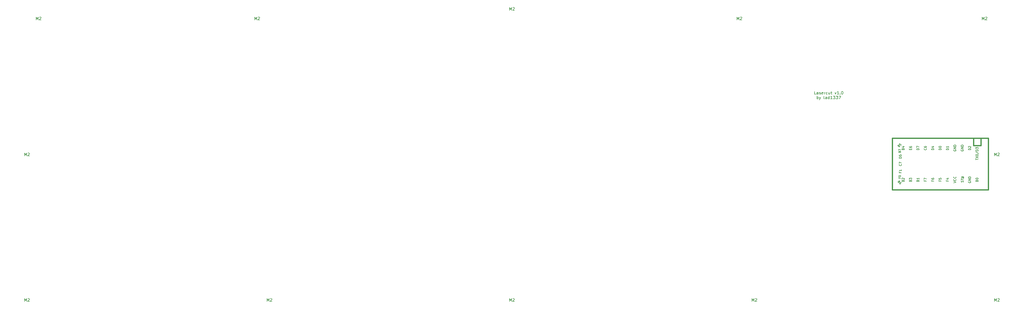
<source format=gto>
%TF.GenerationSoftware,KiCad,Pcbnew,(5.99.0-12974-ge12f9a194d)*%
%TF.CreationDate,2022-03-06T12:10:11+01:00*%
%TF.ProjectId,lazercut,6c617a65-7263-4757-942e-6b696361645f,rev?*%
%TF.SameCoordinates,Original*%
%TF.FileFunction,Legend,Top*%
%TF.FilePolarity,Positive*%
%FSLAX46Y46*%
G04 Gerber Fmt 4.6, Leading zero omitted, Abs format (unit mm)*
G04 Created by KiCad (PCBNEW (5.99.0-12974-ge12f9a194d)) date 2022-03-06 12:10:11*
%MOMM*%
%LPD*%
G01*
G04 APERTURE LIST*
%ADD10C,0.150000*%
%ADD11C,0.381000*%
%ADD12R,1.752600X1.752600*%
%ADD13C,1.752600*%
%ADD14C,2.200000*%
%ADD15C,1.750000*%
%ADD16C,3.987800*%
G04 APERTURE END LIST*
D10*
X293791238Y-48669380D02*
X293315047Y-48669380D01*
X293315047Y-47669380D01*
X294553142Y-48669380D02*
X294553142Y-48145571D01*
X294505523Y-48050333D01*
X294410285Y-48002714D01*
X294219809Y-48002714D01*
X294124571Y-48050333D01*
X294553142Y-48621761D02*
X294457904Y-48669380D01*
X294219809Y-48669380D01*
X294124571Y-48621761D01*
X294076952Y-48526523D01*
X294076952Y-48431285D01*
X294124571Y-48336047D01*
X294219809Y-48288428D01*
X294457904Y-48288428D01*
X294553142Y-48240809D01*
X294981714Y-48621761D02*
X295076952Y-48669380D01*
X295267428Y-48669380D01*
X295362666Y-48621761D01*
X295410285Y-48526523D01*
X295410285Y-48478904D01*
X295362666Y-48383666D01*
X295267428Y-48336047D01*
X295124571Y-48336047D01*
X295029333Y-48288428D01*
X294981714Y-48193190D01*
X294981714Y-48145571D01*
X295029333Y-48050333D01*
X295124571Y-48002714D01*
X295267428Y-48002714D01*
X295362666Y-48050333D01*
X296219809Y-48621761D02*
X296124571Y-48669380D01*
X295934095Y-48669380D01*
X295838857Y-48621761D01*
X295791238Y-48526523D01*
X295791238Y-48145571D01*
X295838857Y-48050333D01*
X295934095Y-48002714D01*
X296124571Y-48002714D01*
X296219809Y-48050333D01*
X296267428Y-48145571D01*
X296267428Y-48240809D01*
X295791238Y-48336047D01*
X296696000Y-48669380D02*
X296696000Y-48002714D01*
X296696000Y-48193190D02*
X296743619Y-48097952D01*
X296791238Y-48050333D01*
X296886476Y-48002714D01*
X296981714Y-48002714D01*
X297743619Y-48621761D02*
X297648380Y-48669380D01*
X297457904Y-48669380D01*
X297362666Y-48621761D01*
X297315047Y-48574142D01*
X297267428Y-48478904D01*
X297267428Y-48193190D01*
X297315047Y-48097952D01*
X297362666Y-48050333D01*
X297457904Y-48002714D01*
X297648380Y-48002714D01*
X297743619Y-48050333D01*
X298600761Y-48002714D02*
X298600761Y-48669380D01*
X298172190Y-48002714D02*
X298172190Y-48526523D01*
X298219809Y-48621761D01*
X298315047Y-48669380D01*
X298457904Y-48669380D01*
X298553142Y-48621761D01*
X298600761Y-48574142D01*
X298934095Y-48002714D02*
X299315047Y-48002714D01*
X299076952Y-47669380D02*
X299076952Y-48526523D01*
X299124571Y-48621761D01*
X299219809Y-48669380D01*
X299315047Y-48669380D01*
X300315047Y-48002714D02*
X300553142Y-48669380D01*
X300791238Y-48002714D01*
X301696000Y-48669380D02*
X301124571Y-48669380D01*
X301410285Y-48669380D02*
X301410285Y-47669380D01*
X301315047Y-47812238D01*
X301219809Y-47907476D01*
X301124571Y-47955095D01*
X302124571Y-48574142D02*
X302172190Y-48621761D01*
X302124571Y-48669380D01*
X302076952Y-48621761D01*
X302124571Y-48574142D01*
X302124571Y-48669380D01*
X302791238Y-47669380D02*
X302886476Y-47669380D01*
X302981714Y-47717000D01*
X303029333Y-47764619D01*
X303076952Y-47859857D01*
X303124571Y-48050333D01*
X303124571Y-48288428D01*
X303076952Y-48478904D01*
X303029333Y-48574142D01*
X302981714Y-48621761D01*
X302886476Y-48669380D01*
X302791238Y-48669380D01*
X302696000Y-48621761D01*
X302648380Y-48574142D01*
X302600761Y-48478904D01*
X302553142Y-48288428D01*
X302553142Y-48050333D01*
X302600761Y-47859857D01*
X302648380Y-47764619D01*
X302696000Y-47717000D01*
X302791238Y-47669380D01*
X294148380Y-50279380D02*
X294148380Y-49279380D01*
X294148380Y-49660333D02*
X294243619Y-49612714D01*
X294434095Y-49612714D01*
X294529333Y-49660333D01*
X294576952Y-49707952D01*
X294624571Y-49803190D01*
X294624571Y-50088904D01*
X294576952Y-50184142D01*
X294529333Y-50231761D01*
X294434095Y-50279380D01*
X294243619Y-50279380D01*
X294148380Y-50231761D01*
X294957904Y-49612714D02*
X295196000Y-50279380D01*
X295434095Y-49612714D02*
X295196000Y-50279380D01*
X295100761Y-50517476D01*
X295053142Y-50565095D01*
X294957904Y-50612714D01*
X296719809Y-50279380D02*
X296624571Y-50231761D01*
X296576952Y-50136523D01*
X296576952Y-49279380D01*
X297529333Y-50279380D02*
X297529333Y-49755571D01*
X297481714Y-49660333D01*
X297386476Y-49612714D01*
X297196000Y-49612714D01*
X297100761Y-49660333D01*
X297529333Y-50231761D02*
X297434095Y-50279380D01*
X297196000Y-50279380D01*
X297100761Y-50231761D01*
X297053142Y-50136523D01*
X297053142Y-50041285D01*
X297100761Y-49946047D01*
X297196000Y-49898428D01*
X297434095Y-49898428D01*
X297529333Y-49850809D01*
X298434095Y-50279380D02*
X298434095Y-49279380D01*
X298434095Y-50231761D02*
X298338857Y-50279380D01*
X298148380Y-50279380D01*
X298053142Y-50231761D01*
X298005523Y-50184142D01*
X297957904Y-50088904D01*
X297957904Y-49803190D01*
X298005523Y-49707952D01*
X298053142Y-49660333D01*
X298148380Y-49612714D01*
X298338857Y-49612714D01*
X298434095Y-49660333D01*
X299434095Y-50279380D02*
X298862666Y-50279380D01*
X299148380Y-50279380D02*
X299148380Y-49279380D01*
X299053142Y-49422238D01*
X298957904Y-49517476D01*
X298862666Y-49565095D01*
X299767428Y-49279380D02*
X300386476Y-49279380D01*
X300053142Y-49660333D01*
X300196000Y-49660333D01*
X300291238Y-49707952D01*
X300338857Y-49755571D01*
X300386476Y-49850809D01*
X300386476Y-50088904D01*
X300338857Y-50184142D01*
X300291238Y-50231761D01*
X300196000Y-50279380D01*
X299910285Y-50279380D01*
X299815047Y-50231761D01*
X299767428Y-50184142D01*
X300719809Y-49279380D02*
X301338857Y-49279380D01*
X301005523Y-49660333D01*
X301148380Y-49660333D01*
X301243619Y-49707952D01*
X301291238Y-49755571D01*
X301338857Y-49850809D01*
X301338857Y-50088904D01*
X301291238Y-50184142D01*
X301243619Y-50231761D01*
X301148380Y-50279380D01*
X300862666Y-50279380D01*
X300767428Y-50231761D01*
X300719809Y-50184142D01*
X301672190Y-49279380D02*
X302338857Y-49279380D01*
X301910285Y-50279380D01*
X188420476Y-120022380D02*
X188420476Y-119022380D01*
X188753809Y-119736666D01*
X189087142Y-119022380D01*
X189087142Y-120022380D01*
X189515714Y-119117619D02*
X189563333Y-119070000D01*
X189658571Y-119022380D01*
X189896666Y-119022380D01*
X189991904Y-119070000D01*
X190039523Y-119117619D01*
X190087142Y-119212857D01*
X190087142Y-119308095D01*
X190039523Y-119450952D01*
X189468095Y-120022380D01*
X190087142Y-120022380D01*
X105020476Y-120022380D02*
X105020476Y-119022380D01*
X105353809Y-119736666D01*
X105687142Y-119022380D01*
X105687142Y-120022380D01*
X106115714Y-119117619D02*
X106163333Y-119070000D01*
X106258571Y-119022380D01*
X106496666Y-119022380D01*
X106591904Y-119070000D01*
X106639523Y-119117619D01*
X106687142Y-119212857D01*
X106687142Y-119308095D01*
X106639523Y-119450952D01*
X106068095Y-120022380D01*
X106687142Y-120022380D01*
X21620476Y-120022380D02*
X21620476Y-119022380D01*
X21953809Y-119736666D01*
X22287142Y-119022380D01*
X22287142Y-120022380D01*
X22715714Y-119117619D02*
X22763333Y-119070000D01*
X22858571Y-119022380D01*
X23096666Y-119022380D01*
X23191904Y-119070000D01*
X23239523Y-119117619D01*
X23287142Y-119212857D01*
X23287142Y-119308095D01*
X23239523Y-119450952D01*
X22668095Y-120022380D01*
X23287142Y-120022380D01*
X21620476Y-69892380D02*
X21620476Y-68892380D01*
X21953809Y-69606666D01*
X22287142Y-68892380D01*
X22287142Y-69892380D01*
X22715714Y-68987619D02*
X22763333Y-68940000D01*
X22858571Y-68892380D01*
X23096666Y-68892380D01*
X23191904Y-68940000D01*
X23239523Y-68987619D01*
X23287142Y-69082857D01*
X23287142Y-69178095D01*
X23239523Y-69320952D01*
X22668095Y-69892380D01*
X23287142Y-69892380D01*
X25606476Y-23058380D02*
X25606476Y-22058380D01*
X25939809Y-22772666D01*
X26273142Y-22058380D01*
X26273142Y-23058380D01*
X26701714Y-22153619D02*
X26749333Y-22106000D01*
X26844571Y-22058380D01*
X27082666Y-22058380D01*
X27177904Y-22106000D01*
X27225523Y-22153619D01*
X27273142Y-22248857D01*
X27273142Y-22344095D01*
X27225523Y-22486952D01*
X26654095Y-23058380D01*
X27273142Y-23058380D01*
X100790476Y-23058380D02*
X100790476Y-22058380D01*
X101123809Y-22772666D01*
X101457142Y-22058380D01*
X101457142Y-23058380D01*
X101885714Y-22153619D02*
X101933333Y-22106000D01*
X102028571Y-22058380D01*
X102266666Y-22058380D01*
X102361904Y-22106000D01*
X102409523Y-22153619D01*
X102457142Y-22248857D01*
X102457142Y-22344095D01*
X102409523Y-22486952D01*
X101838095Y-23058380D01*
X102457142Y-23058380D01*
X188430476Y-19772380D02*
X188430476Y-18772380D01*
X188763809Y-19486666D01*
X189097142Y-18772380D01*
X189097142Y-19772380D01*
X189525714Y-18867619D02*
X189573333Y-18820000D01*
X189668571Y-18772380D01*
X189906666Y-18772380D01*
X190001904Y-18820000D01*
X190049523Y-18867619D01*
X190097142Y-18962857D01*
X190097142Y-19058095D01*
X190049523Y-19200952D01*
X189478095Y-19772380D01*
X190097142Y-19772380D01*
X266652476Y-23058380D02*
X266652476Y-22058380D01*
X266985809Y-22772666D01*
X267319142Y-22058380D01*
X267319142Y-23058380D01*
X267747714Y-22153619D02*
X267795333Y-22106000D01*
X267890571Y-22058380D01*
X268128666Y-22058380D01*
X268223904Y-22106000D01*
X268271523Y-22153619D01*
X268319142Y-22248857D01*
X268319142Y-22344095D01*
X268271523Y-22486952D01*
X267700095Y-23058380D01*
X268319142Y-23058380D01*
X350980476Y-23058380D02*
X350980476Y-22058380D01*
X351313809Y-22772666D01*
X351647142Y-22058380D01*
X351647142Y-23058380D01*
X352075714Y-22153619D02*
X352123333Y-22106000D01*
X352218571Y-22058380D01*
X352456666Y-22058380D01*
X352551904Y-22106000D01*
X352599523Y-22153619D01*
X352647142Y-22248857D01*
X352647142Y-22344095D01*
X352599523Y-22486952D01*
X352028095Y-23058380D01*
X352647142Y-23058380D01*
X355220476Y-69892380D02*
X355220476Y-68892380D01*
X355553809Y-69606666D01*
X355887142Y-68892380D01*
X355887142Y-69892380D01*
X356315714Y-68987619D02*
X356363333Y-68940000D01*
X356458571Y-68892380D01*
X356696666Y-68892380D01*
X356791904Y-68940000D01*
X356839523Y-68987619D01*
X356887142Y-69082857D01*
X356887142Y-69178095D01*
X356839523Y-69320952D01*
X356268095Y-69892380D01*
X356887142Y-69892380D01*
X355230476Y-120022380D02*
X355230476Y-119022380D01*
X355563809Y-119736666D01*
X355897142Y-119022380D01*
X355897142Y-120022380D01*
X356325714Y-119117619D02*
X356373333Y-119070000D01*
X356468571Y-119022380D01*
X356706666Y-119022380D01*
X356801904Y-119070000D01*
X356849523Y-119117619D01*
X356897142Y-119212857D01*
X356897142Y-119308095D01*
X356849523Y-119450952D01*
X356278095Y-120022380D01*
X356897142Y-120022380D01*
X271820476Y-120022380D02*
X271820476Y-119022380D01*
X272153809Y-119736666D01*
X272487142Y-119022380D01*
X272487142Y-120022380D01*
X272915714Y-119117619D02*
X272963333Y-119070000D01*
X273058571Y-119022380D01*
X273296666Y-119022380D01*
X273391904Y-119070000D01*
X273439523Y-119117619D01*
X273487142Y-119212857D01*
X273487142Y-119308095D01*
X273439523Y-119450952D01*
X272868095Y-120022380D01*
X273487142Y-120022380D01*
X341230000Y-67792523D02*
X341191904Y-67868714D01*
X341191904Y-67983000D01*
X341230000Y-68097285D01*
X341306190Y-68173476D01*
X341382380Y-68211571D01*
X341534761Y-68249666D01*
X341649047Y-68249666D01*
X341801428Y-68211571D01*
X341877619Y-68173476D01*
X341953809Y-68097285D01*
X341991904Y-67983000D01*
X341991904Y-67906809D01*
X341953809Y-67792523D01*
X341915714Y-67754428D01*
X341649047Y-67754428D01*
X341649047Y-67906809D01*
X341991904Y-67411571D02*
X341191904Y-67411571D01*
X341991904Y-66954428D01*
X341191904Y-66954428D01*
X341991904Y-66573476D02*
X341191904Y-66573476D01*
X341191904Y-66383000D01*
X341230000Y-66268714D01*
X341306190Y-66192523D01*
X341382380Y-66154428D01*
X341534761Y-66116333D01*
X341649047Y-66116333D01*
X341801428Y-66154428D01*
X341877619Y-66192523D01*
X341953809Y-66268714D01*
X341991904Y-66383000D01*
X341991904Y-66573476D01*
X322415008Y-78808297D02*
X322462148Y-78902578D01*
X322462148Y-78949719D01*
X322438578Y-79020429D01*
X322367867Y-79091140D01*
X322297157Y-79114710D01*
X322250016Y-79114710D01*
X322179306Y-79091140D01*
X321990744Y-78902578D01*
X322485719Y-78407603D01*
X322650710Y-78572595D01*
X322674280Y-78643306D01*
X322674280Y-78690446D01*
X322650710Y-78761157D01*
X322603570Y-78808297D01*
X322532859Y-78831867D01*
X322485719Y-78831867D01*
X322415008Y-78808297D01*
X322250016Y-78643306D01*
X323192825Y-79114710D02*
X323098544Y-79020429D01*
X323027834Y-78996859D01*
X322980693Y-78996859D01*
X322862842Y-79020429D01*
X322744991Y-79091140D01*
X322556429Y-79279702D01*
X322532859Y-79350412D01*
X322532859Y-79397553D01*
X322556429Y-79468264D01*
X322650710Y-79562544D01*
X322721421Y-79586115D01*
X322768561Y-79586115D01*
X322839272Y-79562544D01*
X322957123Y-79444693D01*
X322980693Y-79373983D01*
X322980693Y-79326842D01*
X322957123Y-79256132D01*
X322862842Y-79161851D01*
X322792132Y-79138280D01*
X322744991Y-79138280D01*
X322674280Y-79161851D01*
X323792857Y-67506809D02*
X323830952Y-67392523D01*
X323869047Y-67354428D01*
X323945238Y-67316333D01*
X324059523Y-67316333D01*
X324135714Y-67354428D01*
X324173809Y-67392523D01*
X324211904Y-67468714D01*
X324211904Y-67773476D01*
X323411904Y-67773476D01*
X323411904Y-67506809D01*
X323450000Y-67430619D01*
X323488095Y-67392523D01*
X323564285Y-67354428D01*
X323640476Y-67354428D01*
X323716666Y-67392523D01*
X323754761Y-67430619D01*
X323792857Y-67506809D01*
X323792857Y-67773476D01*
X323678571Y-66630619D02*
X324211904Y-66630619D01*
X323373809Y-66821095D02*
X323945238Y-67011571D01*
X323945238Y-66516333D01*
X328872857Y-78428809D02*
X328910952Y-78314523D01*
X328949047Y-78276428D01*
X329025238Y-78238333D01*
X329139523Y-78238333D01*
X329215714Y-78276428D01*
X329253809Y-78314523D01*
X329291904Y-78390714D01*
X329291904Y-78695476D01*
X328491904Y-78695476D01*
X328491904Y-78428809D01*
X328530000Y-78352619D01*
X328568095Y-78314523D01*
X328644285Y-78276428D01*
X328720476Y-78276428D01*
X328796666Y-78314523D01*
X328834761Y-78352619D01*
X328872857Y-78428809D01*
X328872857Y-78695476D01*
X329291904Y-77476428D02*
X329291904Y-77933571D01*
X329291904Y-77705000D02*
X328491904Y-77705000D01*
X328606190Y-77781190D01*
X328682380Y-77857380D01*
X328720476Y-77933571D01*
X322630000Y-68427333D02*
X322663333Y-68327333D01*
X322696666Y-68294000D01*
X322763333Y-68260666D01*
X322863333Y-68260666D01*
X322930000Y-68294000D01*
X322963333Y-68327333D01*
X322996666Y-68394000D01*
X322996666Y-68660666D01*
X322296666Y-68660666D01*
X322296666Y-68427333D01*
X322330000Y-68360666D01*
X322363333Y-68327333D01*
X322430000Y-68294000D01*
X322496666Y-68294000D01*
X322563333Y-68327333D01*
X322596666Y-68360666D01*
X322630000Y-68427333D01*
X322630000Y-68660666D01*
X322296666Y-68027333D02*
X322296666Y-67560666D01*
X322996666Y-67860666D01*
X331755714Y-67316333D02*
X331793809Y-67354428D01*
X331831904Y-67468714D01*
X331831904Y-67544904D01*
X331793809Y-67659190D01*
X331717619Y-67735380D01*
X331641428Y-67773476D01*
X331489047Y-67811571D01*
X331374761Y-67811571D01*
X331222380Y-67773476D01*
X331146190Y-67735380D01*
X331070000Y-67659190D01*
X331031904Y-67544904D01*
X331031904Y-67468714D01*
X331070000Y-67354428D01*
X331108095Y-67316333D01*
X331031904Y-66630619D02*
X331031904Y-66783000D01*
X331070000Y-66859190D01*
X331108095Y-66897285D01*
X331222380Y-66973476D01*
X331374761Y-67011571D01*
X331679523Y-67011571D01*
X331755714Y-66973476D01*
X331793809Y-66935380D01*
X331831904Y-66859190D01*
X331831904Y-66706809D01*
X331793809Y-66630619D01*
X331755714Y-66592523D01*
X331679523Y-66554428D01*
X331489047Y-66554428D01*
X331412857Y-66592523D01*
X331374761Y-66630619D01*
X331336666Y-66706809D01*
X331336666Y-66859190D01*
X331374761Y-66935380D01*
X331412857Y-66973476D01*
X331489047Y-67011571D01*
X343770000Y-67792523D02*
X343731904Y-67868714D01*
X343731904Y-67983000D01*
X343770000Y-68097285D01*
X343846190Y-68173476D01*
X343922380Y-68211571D01*
X344074761Y-68249666D01*
X344189047Y-68249666D01*
X344341428Y-68211571D01*
X344417619Y-68173476D01*
X344493809Y-68097285D01*
X344531904Y-67983000D01*
X344531904Y-67906809D01*
X344493809Y-67792523D01*
X344455714Y-67754428D01*
X344189047Y-67754428D01*
X344189047Y-67906809D01*
X344531904Y-67411571D02*
X343731904Y-67411571D01*
X344531904Y-66954428D01*
X343731904Y-66954428D01*
X344531904Y-66573476D02*
X343731904Y-66573476D01*
X343731904Y-66383000D01*
X343770000Y-66268714D01*
X343846190Y-66192523D01*
X343922380Y-66154428D01*
X344074761Y-66116333D01*
X344189047Y-66116333D01*
X344341428Y-66154428D01*
X344417619Y-66192523D01*
X344493809Y-66268714D01*
X344531904Y-66383000D01*
X344531904Y-66573476D01*
X339032857Y-78371666D02*
X339032857Y-78638333D01*
X339451904Y-78638333D02*
X338651904Y-78638333D01*
X338651904Y-78257380D01*
X338918571Y-77609761D02*
X339451904Y-77609761D01*
X338613809Y-77800238D02*
X339185238Y-77990714D01*
X339185238Y-77495476D01*
X323241904Y-70694476D02*
X322441904Y-70694476D01*
X322441904Y-70504000D01*
X322480000Y-70389714D01*
X322556190Y-70313523D01*
X322632380Y-70275428D01*
X322784761Y-70237333D01*
X322899047Y-70237333D01*
X323051428Y-70275428D01*
X323127619Y-70313523D01*
X323203809Y-70389714D01*
X323241904Y-70504000D01*
X323241904Y-70694476D01*
X322441904Y-69513523D02*
X322441904Y-69894476D01*
X322822857Y-69932571D01*
X322784761Y-69894476D01*
X322746666Y-69818285D01*
X322746666Y-69627809D01*
X322784761Y-69551619D01*
X322822857Y-69513523D01*
X322899047Y-69475428D01*
X323089523Y-69475428D01*
X323165714Y-69513523D01*
X323203809Y-69551619D01*
X323241904Y-69627809D01*
X323241904Y-69818285D01*
X323203809Y-69894476D01*
X323165714Y-69932571D01*
X322630000Y-77377333D02*
X322630000Y-77610666D01*
X322996666Y-77610666D02*
X322296666Y-77610666D01*
X322296666Y-77277333D01*
X322296666Y-76877333D02*
X322296666Y-76810666D01*
X322330000Y-76744000D01*
X322363333Y-76710666D01*
X322430000Y-76677333D01*
X322563333Y-76644000D01*
X322730000Y-76644000D01*
X322863333Y-76677333D01*
X322930000Y-76710666D01*
X322963333Y-76744000D01*
X322996666Y-76810666D01*
X322996666Y-76877333D01*
X322963333Y-76944000D01*
X322930000Y-76977333D01*
X322863333Y-77010666D01*
X322730000Y-77044000D01*
X322563333Y-77044000D01*
X322430000Y-77010666D01*
X322363333Y-76977333D01*
X322330000Y-76944000D01*
X322296666Y-76877333D01*
X347071904Y-67773476D02*
X346271904Y-67773476D01*
X346271904Y-67583000D01*
X346310000Y-67468714D01*
X346386190Y-67392523D01*
X346462380Y-67354428D01*
X346614761Y-67316333D01*
X346729047Y-67316333D01*
X346881428Y-67354428D01*
X346957619Y-67392523D01*
X347033809Y-67468714D01*
X347071904Y-67583000D01*
X347071904Y-67773476D01*
X346348095Y-67011571D02*
X346310000Y-66973476D01*
X346271904Y-66897285D01*
X346271904Y-66706809D01*
X346310000Y-66630619D01*
X346348095Y-66592523D01*
X346424285Y-66554428D01*
X346500476Y-66554428D01*
X346614761Y-66592523D01*
X347071904Y-67049666D01*
X347071904Y-66554428D01*
X322344297Y-66408991D02*
X322438578Y-66361851D01*
X322485719Y-66361851D01*
X322556429Y-66385421D01*
X322627140Y-66456132D01*
X322650710Y-66526842D01*
X322650710Y-66573983D01*
X322627140Y-66644693D01*
X322438578Y-66833255D01*
X321943603Y-66338280D01*
X322108595Y-66173289D01*
X322179306Y-66149719D01*
X322226446Y-66149719D01*
X322297157Y-66173289D01*
X322344297Y-66220429D01*
X322367867Y-66291140D01*
X322367867Y-66338280D01*
X322344297Y-66408991D01*
X322179306Y-66573983D01*
X322674280Y-65607603D02*
X322438578Y-65843306D01*
X322650710Y-66102578D01*
X322650710Y-66055438D01*
X322674280Y-65984727D01*
X322792132Y-65866876D01*
X322862842Y-65843306D01*
X322909983Y-65843306D01*
X322980693Y-65866876D01*
X323098544Y-65984727D01*
X323122115Y-66055438D01*
X323122115Y-66102578D01*
X323098544Y-66173289D01*
X322980693Y-66291140D01*
X322909983Y-66314710D01*
X322862842Y-66314710D01*
X348811904Y-71262604D02*
X348811904Y-70805461D01*
X349611904Y-71034032D02*
X348811904Y-71034032D01*
X348811904Y-70614985D02*
X349611904Y-70081651D01*
X348811904Y-70081651D02*
X349611904Y-70614985D01*
X348811904Y-69624508D02*
X348811904Y-69548318D01*
X348850000Y-69472128D01*
X348888095Y-69434032D01*
X348964285Y-69395937D01*
X349116666Y-69357842D01*
X349307142Y-69357842D01*
X349459523Y-69395937D01*
X349535714Y-69434032D01*
X349573809Y-69472128D01*
X349611904Y-69548318D01*
X349611904Y-69624508D01*
X349573809Y-69700699D01*
X349535714Y-69738794D01*
X349459523Y-69776889D01*
X349307142Y-69814985D01*
X349116666Y-69814985D01*
X348964285Y-69776889D01*
X348888095Y-69738794D01*
X348850000Y-69700699D01*
X348811904Y-69624508D01*
X348773809Y-68443556D02*
X349802380Y-69129270D01*
X349611904Y-68176889D02*
X348811904Y-68176889D01*
X348811904Y-67986413D01*
X348850000Y-67872128D01*
X348926190Y-67795937D01*
X349002380Y-67757842D01*
X349154761Y-67719747D01*
X349269047Y-67719747D01*
X349421428Y-67757842D01*
X349497619Y-67795937D01*
X349573809Y-67872128D01*
X349611904Y-67986413D01*
X349611904Y-68176889D01*
X348811904Y-67453080D02*
X348811904Y-66957842D01*
X349116666Y-67224508D01*
X349116666Y-67110223D01*
X349154761Y-67034032D01*
X349192857Y-66995937D01*
X349269047Y-66957842D01*
X349459523Y-66957842D01*
X349535714Y-66995937D01*
X349573809Y-67034032D01*
X349611904Y-67110223D01*
X349611904Y-67338794D01*
X349573809Y-67414985D01*
X349535714Y-67453080D01*
X333952857Y-78371666D02*
X333952857Y-78638333D01*
X334371904Y-78638333D02*
X333571904Y-78638333D01*
X333571904Y-78257380D01*
X333571904Y-77609761D02*
X333571904Y-77762142D01*
X333610000Y-77838333D01*
X333648095Y-77876428D01*
X333762380Y-77952619D01*
X333914761Y-77990714D01*
X334219523Y-77990714D01*
X334295714Y-77952619D01*
X334333809Y-77914523D01*
X334371904Y-77838333D01*
X334371904Y-77685952D01*
X334333809Y-77609761D01*
X334295714Y-77571666D01*
X334219523Y-77533571D01*
X334029047Y-77533571D01*
X333952857Y-77571666D01*
X333914761Y-77609761D01*
X333876666Y-77685952D01*
X333876666Y-77838333D01*
X333914761Y-77914523D01*
X333952857Y-77952619D01*
X334029047Y-77990714D01*
X329291904Y-67773476D02*
X328491904Y-67773476D01*
X328491904Y-67583000D01*
X328530000Y-67468714D01*
X328606190Y-67392523D01*
X328682380Y-67354428D01*
X328834761Y-67316333D01*
X328949047Y-67316333D01*
X329101428Y-67354428D01*
X329177619Y-67392523D01*
X329253809Y-67468714D01*
X329291904Y-67583000D01*
X329291904Y-67773476D01*
X328491904Y-67049666D02*
X328491904Y-66516333D01*
X329291904Y-66859190D01*
X322822857Y-75450666D02*
X322822857Y-75717333D01*
X323241904Y-75717333D02*
X322441904Y-75717333D01*
X322441904Y-75336380D01*
X323241904Y-74612571D02*
X323241904Y-75069714D01*
X323241904Y-74841142D02*
X322441904Y-74841142D01*
X322556190Y-74917333D01*
X322632380Y-74993523D01*
X322670476Y-75069714D01*
X346310000Y-78714523D02*
X346271904Y-78790714D01*
X346271904Y-78905000D01*
X346310000Y-79019285D01*
X346386190Y-79095476D01*
X346462380Y-79133571D01*
X346614761Y-79171666D01*
X346729047Y-79171666D01*
X346881428Y-79133571D01*
X346957619Y-79095476D01*
X347033809Y-79019285D01*
X347071904Y-78905000D01*
X347071904Y-78828809D01*
X347033809Y-78714523D01*
X346995714Y-78676428D01*
X346729047Y-78676428D01*
X346729047Y-78828809D01*
X347071904Y-78333571D02*
X346271904Y-78333571D01*
X347071904Y-77876428D01*
X346271904Y-77876428D01*
X347071904Y-77495476D02*
X346271904Y-77495476D01*
X346271904Y-77305000D01*
X346310000Y-77190714D01*
X346386190Y-77114523D01*
X346462380Y-77076428D01*
X346614761Y-77038333D01*
X346729047Y-77038333D01*
X346881428Y-77076428D01*
X346957619Y-77114523D01*
X347033809Y-77190714D01*
X347071904Y-77305000D01*
X347071904Y-77495476D01*
X344523809Y-78910453D02*
X344561904Y-78796167D01*
X344561904Y-78605691D01*
X344523809Y-78529500D01*
X344485714Y-78491405D01*
X344409523Y-78453310D01*
X344333333Y-78453310D01*
X344257142Y-78491405D01*
X344219047Y-78529500D01*
X344180952Y-78605691D01*
X344142857Y-78758072D01*
X344104761Y-78834262D01*
X344066666Y-78872358D01*
X343990476Y-78910453D01*
X343914285Y-78910453D01*
X343838095Y-78872358D01*
X343800000Y-78834262D01*
X343761904Y-78758072D01*
X343761904Y-78567596D01*
X343800000Y-78453310D01*
X343761904Y-78224739D02*
X343761904Y-77767596D01*
X344561904Y-77996167D02*
X343761904Y-77996167D01*
X323165714Y-72777333D02*
X323203809Y-72815428D01*
X323241904Y-72929714D01*
X323241904Y-73005904D01*
X323203809Y-73120190D01*
X323127619Y-73196380D01*
X323051428Y-73234476D01*
X322899047Y-73272571D01*
X322784761Y-73272571D01*
X322632380Y-73234476D01*
X322556190Y-73196380D01*
X322480000Y-73120190D01*
X322441904Y-73005904D01*
X322441904Y-72929714D01*
X322480000Y-72815428D01*
X322518095Y-72777333D01*
X322441904Y-72510666D02*
X322441904Y-71977333D01*
X323241904Y-72320190D01*
X336492857Y-78371666D02*
X336492857Y-78638333D01*
X336911904Y-78638333D02*
X336111904Y-78638333D01*
X336111904Y-78257380D01*
X336111904Y-77571666D02*
X336111904Y-77952619D01*
X336492857Y-77990714D01*
X336454761Y-77952619D01*
X336416666Y-77876428D01*
X336416666Y-77685952D01*
X336454761Y-77609761D01*
X336492857Y-77571666D01*
X336569047Y-77533571D01*
X336759523Y-77533571D01*
X336835714Y-77571666D01*
X336873809Y-77609761D01*
X336911904Y-77685952D01*
X336911904Y-77876428D01*
X336873809Y-77952619D01*
X336835714Y-77990714D01*
X326332857Y-67735380D02*
X326332857Y-67468714D01*
X326751904Y-67354428D02*
X326751904Y-67735380D01*
X325951904Y-67735380D01*
X325951904Y-67354428D01*
X325951904Y-66668714D02*
X325951904Y-66821095D01*
X325990000Y-66897285D01*
X326028095Y-66935380D01*
X326142380Y-67011571D01*
X326294761Y-67049666D01*
X326599523Y-67049666D01*
X326675714Y-67011571D01*
X326713809Y-66973476D01*
X326751904Y-66897285D01*
X326751904Y-66744904D01*
X326713809Y-66668714D01*
X326675714Y-66630619D01*
X326599523Y-66592523D01*
X326409047Y-66592523D01*
X326332857Y-66630619D01*
X326294761Y-66668714D01*
X326256666Y-66744904D01*
X326256666Y-66897285D01*
X326294761Y-66973476D01*
X326332857Y-67011571D01*
X326409047Y-67049666D01*
X323792857Y-78428809D02*
X323830952Y-78314523D01*
X323869047Y-78276428D01*
X323945238Y-78238333D01*
X324059523Y-78238333D01*
X324135714Y-78276428D01*
X324173809Y-78314523D01*
X324211904Y-78390714D01*
X324211904Y-78695476D01*
X323411904Y-78695476D01*
X323411904Y-78428809D01*
X323450000Y-78352619D01*
X323488095Y-78314523D01*
X323564285Y-78276428D01*
X323640476Y-78276428D01*
X323716666Y-78314523D01*
X323754761Y-78352619D01*
X323792857Y-78428809D01*
X323792857Y-78695476D01*
X323488095Y-77933571D02*
X323450000Y-77895476D01*
X323411904Y-77819285D01*
X323411904Y-77628809D01*
X323450000Y-77552619D01*
X323488095Y-77514523D01*
X323564285Y-77476428D01*
X323640476Y-77476428D01*
X323754761Y-77514523D01*
X324211904Y-77971666D01*
X324211904Y-77476428D01*
X339451904Y-67773476D02*
X338651904Y-67773476D01*
X338651904Y-67583000D01*
X338690000Y-67468714D01*
X338766190Y-67392523D01*
X338842380Y-67354428D01*
X338994761Y-67316333D01*
X339109047Y-67316333D01*
X339261428Y-67354428D01*
X339337619Y-67392523D01*
X339413809Y-67468714D01*
X339451904Y-67583000D01*
X339451904Y-67773476D01*
X339451904Y-66554428D02*
X339451904Y-67011571D01*
X339451904Y-66783000D02*
X338651904Y-66783000D01*
X338766190Y-66859190D01*
X338842380Y-66935380D01*
X338880476Y-67011571D01*
X349192857Y-78428809D02*
X349230952Y-78314523D01*
X349269047Y-78276428D01*
X349345238Y-78238333D01*
X349459523Y-78238333D01*
X349535714Y-78276428D01*
X349573809Y-78314523D01*
X349611904Y-78390714D01*
X349611904Y-78695476D01*
X348811904Y-78695476D01*
X348811904Y-78428809D01*
X348850000Y-78352619D01*
X348888095Y-78314523D01*
X348964285Y-78276428D01*
X349040476Y-78276428D01*
X349116666Y-78314523D01*
X349154761Y-78352619D01*
X349192857Y-78428809D01*
X349192857Y-78695476D01*
X348811904Y-77743095D02*
X348811904Y-77666904D01*
X348850000Y-77590714D01*
X348888095Y-77552619D01*
X348964285Y-77514523D01*
X349116666Y-77476428D01*
X349307142Y-77476428D01*
X349459523Y-77514523D01*
X349535714Y-77552619D01*
X349573809Y-77590714D01*
X349611904Y-77666904D01*
X349611904Y-77743095D01*
X349573809Y-77819285D01*
X349535714Y-77857380D01*
X349459523Y-77895476D01*
X349307142Y-77933571D01*
X349116666Y-77933571D01*
X348964285Y-77895476D01*
X348888095Y-77857380D01*
X348850000Y-77819285D01*
X348811904Y-77743095D01*
X341191904Y-79171666D02*
X341991904Y-78905000D01*
X341191904Y-78638333D01*
X341915714Y-77914523D02*
X341953809Y-77952619D01*
X341991904Y-78066904D01*
X341991904Y-78143095D01*
X341953809Y-78257380D01*
X341877619Y-78333571D01*
X341801428Y-78371666D01*
X341649047Y-78409761D01*
X341534761Y-78409761D01*
X341382380Y-78371666D01*
X341306190Y-78333571D01*
X341230000Y-78257380D01*
X341191904Y-78143095D01*
X341191904Y-78066904D01*
X341230000Y-77952619D01*
X341268095Y-77914523D01*
X341915714Y-77114523D02*
X341953809Y-77152619D01*
X341991904Y-77266904D01*
X341991904Y-77343095D01*
X341953809Y-77457380D01*
X341877619Y-77533571D01*
X341801428Y-77571666D01*
X341649047Y-77609761D01*
X341534761Y-77609761D01*
X341382380Y-77571666D01*
X341306190Y-77533571D01*
X341230000Y-77457380D01*
X341191904Y-77343095D01*
X341191904Y-77266904D01*
X341230000Y-77152619D01*
X341268095Y-77114523D01*
X336911904Y-67773476D02*
X336111904Y-67773476D01*
X336111904Y-67583000D01*
X336150000Y-67468714D01*
X336226190Y-67392523D01*
X336302380Y-67354428D01*
X336454761Y-67316333D01*
X336569047Y-67316333D01*
X336721428Y-67354428D01*
X336797619Y-67392523D01*
X336873809Y-67468714D01*
X336911904Y-67583000D01*
X336911904Y-67773476D01*
X336111904Y-66821095D02*
X336111904Y-66744904D01*
X336150000Y-66668714D01*
X336188095Y-66630619D01*
X336264285Y-66592523D01*
X336416666Y-66554428D01*
X336607142Y-66554428D01*
X336759523Y-66592523D01*
X336835714Y-66630619D01*
X336873809Y-66668714D01*
X336911904Y-66744904D01*
X336911904Y-66821095D01*
X336873809Y-66897285D01*
X336835714Y-66935380D01*
X336759523Y-66973476D01*
X336607142Y-67011571D01*
X336416666Y-67011571D01*
X336264285Y-66973476D01*
X336188095Y-66935380D01*
X336150000Y-66897285D01*
X336111904Y-66821095D01*
X326332857Y-78428809D02*
X326370952Y-78314523D01*
X326409047Y-78276428D01*
X326485238Y-78238333D01*
X326599523Y-78238333D01*
X326675714Y-78276428D01*
X326713809Y-78314523D01*
X326751904Y-78390714D01*
X326751904Y-78695476D01*
X325951904Y-78695476D01*
X325951904Y-78428809D01*
X325990000Y-78352619D01*
X326028095Y-78314523D01*
X326104285Y-78276428D01*
X326180476Y-78276428D01*
X326256666Y-78314523D01*
X326294761Y-78352619D01*
X326332857Y-78428809D01*
X326332857Y-78695476D01*
X325951904Y-77971666D02*
X325951904Y-77476428D01*
X326256666Y-77743095D01*
X326256666Y-77628809D01*
X326294761Y-77552619D01*
X326332857Y-77514523D01*
X326409047Y-77476428D01*
X326599523Y-77476428D01*
X326675714Y-77514523D01*
X326713809Y-77552619D01*
X326751904Y-77628809D01*
X326751904Y-77857380D01*
X326713809Y-77933571D01*
X326675714Y-77971666D01*
X334371904Y-67773476D02*
X333571904Y-67773476D01*
X333571904Y-67583000D01*
X333610000Y-67468714D01*
X333686190Y-67392523D01*
X333762380Y-67354428D01*
X333914761Y-67316333D01*
X334029047Y-67316333D01*
X334181428Y-67354428D01*
X334257619Y-67392523D01*
X334333809Y-67468714D01*
X334371904Y-67583000D01*
X334371904Y-67773476D01*
X333838571Y-66630619D02*
X334371904Y-66630619D01*
X333533809Y-66821095D02*
X334105238Y-67011571D01*
X334105238Y-66516333D01*
X331412857Y-78371666D02*
X331412857Y-78638333D01*
X331831904Y-78638333D02*
X331031904Y-78638333D01*
X331031904Y-78257380D01*
X331031904Y-78028809D02*
X331031904Y-77495476D01*
X331831904Y-77838333D01*
D11*
X353060000Y-81534000D02*
X353060000Y-63754000D01*
X347980000Y-66294000D02*
X347980000Y-63754000D01*
X350520000Y-66294000D02*
X350520000Y-63754000D01*
X350520000Y-81534000D02*
X353060000Y-81534000D01*
X350520000Y-63754000D02*
X320040000Y-63754000D01*
X353060000Y-63754000D02*
X350520000Y-63754000D01*
X320040000Y-63754000D02*
X320040000Y-81534000D01*
X320040000Y-81534000D02*
X350520000Y-81534000D01*
X350520000Y-66294000D02*
X347980000Y-66294000D01*
D10*
X344240640Y-77375568D02*
X344140640Y-77375568D01*
X344140640Y-77375568D02*
X344140640Y-77275568D01*
X344140640Y-77275568D02*
X344240640Y-77275568D01*
X344240640Y-77275568D02*
X344240640Y-77375568D01*
G36*
X344240640Y-77375568D02*
G01*
X344140640Y-77375568D01*
X344140640Y-77275568D01*
X344240640Y-77275568D01*
X344240640Y-77375568D01*
G37*
X344240640Y-77375568D02*
X344140640Y-77375568D01*
X344140640Y-77275568D01*
X344240640Y-77275568D01*
X344240640Y-77375568D01*
X344040640Y-77575568D02*
X343840640Y-77575568D01*
X343840640Y-77575568D02*
X343840640Y-77475568D01*
X343840640Y-77475568D02*
X344040640Y-77475568D01*
X344040640Y-77475568D02*
X344040640Y-77575568D01*
G36*
X344040640Y-77575568D02*
G01*
X343840640Y-77575568D01*
X343840640Y-77475568D01*
X344040640Y-77475568D01*
X344040640Y-77575568D01*
G37*
X344040640Y-77575568D02*
X343840640Y-77575568D01*
X343840640Y-77475568D01*
X344040640Y-77475568D01*
X344040640Y-77575568D01*
X344640640Y-77575568D02*
X344540640Y-77575568D01*
X344540640Y-77575568D02*
X344540640Y-77075568D01*
X344540640Y-77075568D02*
X344640640Y-77075568D01*
X344640640Y-77075568D02*
X344640640Y-77575568D01*
G36*
X344640640Y-77575568D02*
G01*
X344540640Y-77575568D01*
X344540640Y-77075568D01*
X344640640Y-77075568D01*
X344640640Y-77575568D01*
G37*
X344640640Y-77575568D02*
X344540640Y-77575568D01*
X344540640Y-77075568D01*
X344640640Y-77075568D01*
X344640640Y-77575568D01*
X344640640Y-77175568D02*
X343840640Y-77175568D01*
X343840640Y-77175568D02*
X343840640Y-77075568D01*
X343840640Y-77075568D02*
X344640640Y-77075568D01*
X344640640Y-77075568D02*
X344640640Y-77175568D01*
G36*
X344640640Y-77175568D02*
G01*
X343840640Y-77175568D01*
X343840640Y-77075568D01*
X344640640Y-77075568D01*
X344640640Y-77175568D01*
G37*
X344640640Y-77175568D02*
X343840640Y-77175568D01*
X343840640Y-77075568D01*
X344640640Y-77075568D01*
X344640640Y-77175568D01*
X344640640Y-77575568D02*
X344340640Y-77575568D01*
X344340640Y-77575568D02*
X344340640Y-77475568D01*
X344340640Y-77475568D02*
X344640640Y-77475568D01*
X344640640Y-77475568D02*
X344640640Y-77575568D01*
G36*
X344640640Y-77575568D02*
G01*
X344340640Y-77575568D01*
X344340640Y-77475568D01*
X344640640Y-77475568D01*
X344640640Y-77575568D01*
G37*
X344640640Y-77575568D02*
X344340640Y-77575568D01*
X344340640Y-77475568D01*
X344640640Y-77475568D01*
X344640640Y-77575568D01*
D12*
X349250000Y-65024000D03*
D13*
X346710000Y-65024000D03*
X344170000Y-65024000D03*
X341630000Y-65024000D03*
X339090000Y-65024000D03*
X336550000Y-65024000D03*
X334010000Y-65024000D03*
X331470000Y-65024000D03*
X328930000Y-65024000D03*
X326390000Y-65024000D03*
X323850000Y-65024000D03*
X321310000Y-65252600D03*
X321310000Y-80264000D03*
X323850000Y-80264000D03*
X326390000Y-80264000D03*
X328930000Y-80264000D03*
X331470000Y-80264000D03*
X334010000Y-80264000D03*
X336550000Y-80264000D03*
X339090000Y-80264000D03*
X341630000Y-80264000D03*
X344170000Y-80264000D03*
X346710000Y-80264000D03*
X349250000Y-80264000D03*
X321310000Y-67564000D03*
X321310000Y-70104000D03*
X321310000Y-72644000D03*
X321310000Y-75184000D03*
X321310000Y-77724000D03*
%LPC*%
D14*
X189230000Y-122770000D03*
X105830000Y-122770000D03*
X22430000Y-122770000D03*
X22430000Y-72640000D03*
X22430000Y-22520000D03*
X105830000Y-22520000D03*
X189240000Y-22520000D03*
X272640000Y-22520000D03*
X356040000Y-22520000D03*
X356030000Y-72640000D03*
X356040000Y-122770000D03*
X272630000Y-122770000D03*
D15*
X268205000Y-34525000D03*
X258045000Y-34525000D03*
D16*
X263125000Y-34525000D03*
D15*
X191370000Y-53575000D03*
D16*
X196450000Y-53575000D03*
D15*
X201530000Y-53575000D03*
X224707500Y-91675000D03*
D16*
X229787500Y-91675000D03*
D15*
X234867500Y-91675000D03*
D16*
X277412500Y-72625000D03*
D15*
X272332500Y-72625000D03*
X282492500Y-72625000D03*
X58020000Y-53575000D03*
X68180000Y-53575000D03*
D16*
X63100000Y-53575000D03*
X105962500Y-72625000D03*
D15*
X100882500Y-72625000D03*
X111042500Y-72625000D03*
D16*
X67862500Y-72625000D03*
D15*
X72942500Y-72625000D03*
X62782500Y-72625000D03*
X339007500Y-34525000D03*
X349167500Y-34525000D03*
D16*
X344087500Y-34525000D03*
D15*
X105645000Y-34525000D03*
D16*
X110725000Y-34525000D03*
D15*
X115805000Y-34525000D03*
X130092500Y-72625000D03*
D16*
X125012500Y-72625000D03*
D15*
X119932500Y-72625000D03*
D16*
X325037500Y-110725000D03*
D15*
X319957500Y-110725000D03*
X330117500Y-110725000D03*
D16*
X301225000Y-91675000D03*
D15*
X296145000Y-91675000D03*
X306305000Y-91675000D03*
X168192500Y-72625000D03*
D16*
X163112500Y-72625000D03*
D15*
X158032500Y-72625000D03*
D16*
X325037500Y-53575000D03*
D15*
X319957500Y-53575000D03*
X330117500Y-53575000D03*
X86595000Y-34525000D03*
X96755000Y-34525000D03*
D16*
X91675000Y-34525000D03*
D15*
X46748800Y-72625000D03*
D16*
X41668800Y-72625000D03*
D15*
X36588800Y-72625000D03*
D12*
X349250000Y-65024000D03*
D13*
X346710000Y-65024000D03*
X344170000Y-65024000D03*
X341630000Y-65024000D03*
X339090000Y-65024000D03*
X336550000Y-65024000D03*
X334010000Y-65024000D03*
X331470000Y-65024000D03*
X328930000Y-65024000D03*
X326390000Y-65024000D03*
X323850000Y-65024000D03*
X321310000Y-65252600D03*
X321310000Y-80264000D03*
X323850000Y-80264000D03*
X326390000Y-80264000D03*
X328930000Y-80264000D03*
X331470000Y-80264000D03*
X334010000Y-80264000D03*
X336550000Y-80264000D03*
X339090000Y-80264000D03*
X341630000Y-80264000D03*
X344170000Y-80264000D03*
X346710000Y-80264000D03*
X349250000Y-80264000D03*
X321310000Y-67564000D03*
X321310000Y-70104000D03*
X321310000Y-72644000D03*
X321310000Y-75184000D03*
X321310000Y-77724000D03*
D16*
X139300000Y-53575000D03*
D15*
X144380000Y-53575000D03*
X134220000Y-53575000D03*
X253917500Y-91675000D03*
X243757500Y-91675000D03*
D16*
X248837500Y-91675000D03*
D15*
X217563800Y-110725000D03*
X227723800Y-110725000D03*
D16*
X222643800Y-110725000D03*
X39287500Y-53575000D03*
D15*
X44367500Y-53575000D03*
X34207500Y-53575000D03*
X149142500Y-72625000D03*
X138982500Y-72625000D03*
D16*
X144062500Y-72625000D03*
D15*
X77705000Y-34525000D03*
X67545000Y-34525000D03*
D16*
X72625000Y-34525000D03*
D15*
X300907500Y-110725000D03*
D16*
X305987500Y-110725000D03*
D15*
X311067500Y-110725000D03*
X153905000Y-110725000D03*
X143745000Y-110725000D03*
D16*
X148825000Y-110725000D03*
D15*
X172320000Y-53575000D03*
X182480000Y-53575000D03*
D16*
X177400000Y-53575000D03*
D15*
X53257500Y-91675000D03*
X63417500Y-91675000D03*
D16*
X58337500Y-91675000D03*
D15*
X82467500Y-91675000D03*
X72307500Y-91675000D03*
D16*
X77387500Y-91675000D03*
D15*
X148507500Y-91675000D03*
D16*
X153587500Y-91675000D03*
D15*
X158667500Y-91675000D03*
D16*
X167875000Y-34525000D03*
D15*
X162795000Y-34525000D03*
X172955000Y-34525000D03*
D16*
X298843800Y-63100000D03*
D15*
X303923800Y-63100000D03*
X293763800Y-63100000D03*
D16*
X272650000Y-53575000D03*
D15*
X267570000Y-53575000D03*
X277730000Y-53575000D03*
X234232500Y-72625000D03*
X244392500Y-72625000D03*
D16*
X239312500Y-72625000D03*
D15*
X122948800Y-110725000D03*
D16*
X117868800Y-110725000D03*
D15*
X112788800Y-110725000D03*
X187242500Y-72625000D03*
D16*
X182162500Y-72625000D03*
D15*
X177082500Y-72625000D03*
X225342500Y-72625000D03*
X215182500Y-72625000D03*
D16*
X220262500Y-72625000D03*
X53575000Y-34525000D03*
D15*
X58655000Y-34525000D03*
X48495000Y-34525000D03*
X39605000Y-34525000D03*
D16*
X34525000Y-34525000D03*
D15*
X29445000Y-34525000D03*
X241376300Y-110725000D03*
D16*
X246456300Y-110725000D03*
D15*
X251536300Y-110725000D03*
X101517500Y-91675000D03*
X91357500Y-91675000D03*
D16*
X96437500Y-91675000D03*
X191687500Y-91675000D03*
D15*
X186607500Y-91675000D03*
X196767500Y-91675000D03*
D16*
X215500000Y-53575000D03*
D15*
X220580000Y-53575000D03*
X210420000Y-53575000D03*
X205657500Y-91675000D03*
D16*
X210737500Y-91675000D03*
D15*
X215817500Y-91675000D03*
X211055000Y-34525000D03*
X200895000Y-34525000D03*
D16*
X205975000Y-34525000D03*
D15*
X153905000Y-34525000D03*
X143745000Y-34525000D03*
D16*
X148825000Y-34525000D03*
D15*
X192005000Y-34525000D03*
X181845000Y-34525000D03*
D16*
X186925000Y-34525000D03*
D15*
X124695000Y-34525000D03*
X134855000Y-34525000D03*
D16*
X129775000Y-34525000D03*
D15*
X319957500Y-34525000D03*
D16*
X325037500Y-34525000D03*
D15*
X330117500Y-34525000D03*
D16*
X225025000Y-34525000D03*
D15*
X230105000Y-34525000D03*
X219945000Y-34525000D03*
X196132500Y-72625000D03*
X206292500Y-72625000D03*
D16*
X201212500Y-72625000D03*
X244075000Y-34525000D03*
D15*
X238995000Y-34525000D03*
X249155000Y-34525000D03*
D16*
X172637500Y-91675000D03*
D15*
X167557500Y-91675000D03*
X177717500Y-91675000D03*
X55638800Y-110725000D03*
D16*
X60718800Y-110725000D03*
D15*
X65798800Y-110725000D03*
D16*
X101200000Y-53575000D03*
D15*
X96120000Y-53575000D03*
X106280000Y-53575000D03*
X239630000Y-53575000D03*
X229470000Y-53575000D03*
D16*
X234550000Y-53575000D03*
D15*
X41986300Y-110725000D03*
X31826300Y-110725000D03*
D16*
X36906300Y-110725000D03*
X158350000Y-53575000D03*
D15*
X153270000Y-53575000D03*
X163430000Y-53575000D03*
X77070000Y-53575000D03*
D16*
X82150000Y-53575000D03*
D15*
X87230000Y-53575000D03*
D16*
X344087500Y-110725000D03*
D15*
X339007500Y-110725000D03*
X349167500Y-110725000D03*
X179463800Y-110725000D03*
X189623800Y-110725000D03*
D16*
X184543800Y-110725000D03*
X344087500Y-53575000D03*
D15*
X339007500Y-53575000D03*
X349167500Y-53575000D03*
X253282500Y-72625000D03*
D16*
X258362500Y-72625000D03*
D15*
X263442500Y-72625000D03*
X115170000Y-53575000D03*
D16*
X120250000Y-53575000D03*
D15*
X125330000Y-53575000D03*
X296780000Y-34525000D03*
X286620000Y-34525000D03*
D16*
X291700000Y-34525000D03*
X134537500Y-91675000D03*
D15*
X129457500Y-91675000D03*
X139617500Y-91675000D03*
X120567500Y-91675000D03*
X110407500Y-91675000D03*
D16*
X115487500Y-91675000D03*
D15*
X79451300Y-110725000D03*
D16*
X84531300Y-110725000D03*
D15*
X89611300Y-110725000D03*
X269951300Y-91675000D03*
D16*
X275031300Y-91675000D03*
D15*
X280111300Y-91675000D03*
D16*
X36906300Y-91675000D03*
D15*
X31826300Y-91675000D03*
X41986300Y-91675000D03*
X258680000Y-53575000D03*
D16*
X253600000Y-53575000D03*
D15*
X248520000Y-53575000D03*
D16*
X270268800Y-110725000D03*
D15*
X275348800Y-110725000D03*
X265188800Y-110725000D03*
X91992500Y-72625000D03*
X81832500Y-72625000D03*
D16*
X86912500Y-72625000D03*
D15*
X330117500Y-91675000D03*
X319957500Y-91675000D03*
D16*
X325037500Y-91675000D03*
M02*

</source>
